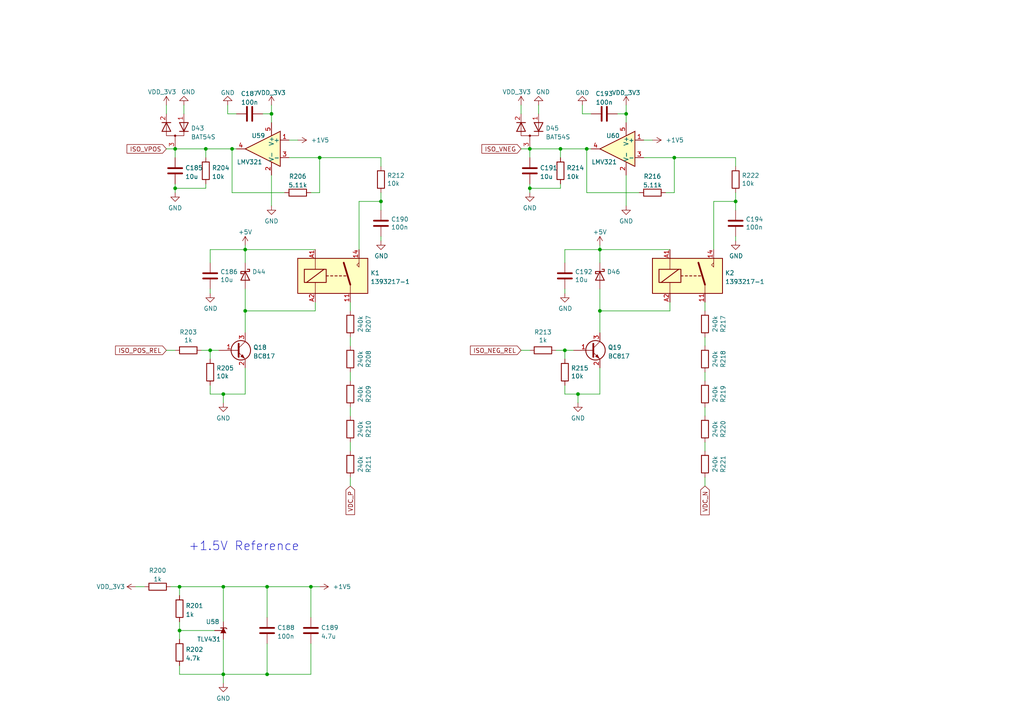
<source format=kicad_sch>
(kicad_sch (version 20250114) (generator "eeschema") (generator_version "9.0")
  (paper "A4")
  (title_block (comment 1 "НВЦТ.EVP150-2-1.3000.100 Э3"))
  (lib_symbols
    (symbol "Amplifier_Operational:LMV321" (pin_names (offset 0.127))
      (property "Reference" "U" (at 0 5.08 0))
      (property "Value" "LMV321" (at 0 -5.08 0))
      (symbol "LMV321_0_1"
        (polyline (pts (xy -5.08 5.08) (xy 5.08 0) (xy -5.08 -5.08) (xy -5.08 5.08)) (stroke (width 0.254)) (fill (type background)))
        (pin power_in line (at -2.54 7.62 270) (length 3.81) (name "V+") (number "5"))
        (pin power_in line (at -2.54 -7.62 90) (length 3.81) (name "V-") (number "2"))
      )
      (symbol "LMV321_1_1"
        (pin input line (at -7.62 2.54 0) (length 2.54) (name "+") (number "1"))
        (pin input line (at -7.62 -2.54 0) (length 2.54) (name "-") (number "3"))
        (pin output line (at 7.62 0 180) (length 2.54) (name "~") (number "4"))
      )
    )
    (symbol "Device:C" (pin_numbers (hide yes)) (pin_names (offset 0.254))
      (property "Reference" "C" (at 0.635 2.54 0))
      (property "Value" "C" (at 0.635 -2.54 0))
      (symbol "C_0_1"
        (polyline (pts (xy -2.032 0.762) (xy 2.032 0.762)) (stroke (width 0.508)))
        (polyline (pts (xy -2.032 -0.762) (xy 2.032 -0.762)) (stroke (width 0.508)))
      )
      (symbol "C_1_1"
        (pin passive line (at 0 3.81 270) (length 2.794) (name "~") (number "1"))
        (pin passive line (at 0 -3.81 90) (length 2.794) (name "~") (number "2"))
      )
    )
    (symbol "Device:D_Dual_Series_AKC_Parallel" (pin_names (offset 0.762) (hide yes))
      (property "Reference" "D" (at 0 5.08 0))
      (property "Value" "D_Dual_Series_AKC_Parallel" (at 0 -5.08 0))
      (symbol "D_Dual_Series_AKC_Parallel_0_0"
        (polyline (pts (xy 0 -1.27) (xy 0 -3.81)) (stroke (width 0.254)))
        (polyline (pts (xy 2.54 3.81) (xy 2.54 1.27)) (stroke (width 0.254)))
      )
      (symbol "D_Dual_Series_AKC_Parallel_0_1"
        (circle (center -1.27 0) (radius 0.254) (fill (type outline)))
        (polyline (pts (xy -1.27 0) (xy -2.54 0)))
        (polyline (pts (xy 0 3.81) (xy 2.54 2.54) (xy 0 1.27) (xy 0 3.81) (xy 0 3.81) (xy 0 3.81)) (stroke (width 0.254)))
        (polyline (pts (xy 2.54 2.54) (xy -1.27 2.54) (xy -1.27 -2.54) (xy 2.54 -2.54)))
        (polyline (pts (xy 2.54 -1.27) (xy 0 -2.54) (xy 2.54 -3.81) (xy 2.54 -1.27) (xy 2.54 -1.27) (xy 2.54 -1.27)) (stroke (width 0.254)))
        (pin passive line (at -5.08 0 0) (length 2.54) (name "A") (number "3"))
        (pin passive line (at 5.08 2.54 180) (length 2.54) (name "K") (number "2"))
        (pin passive line (at 5.08 -2.54 180) (length 2.54) (name "K") (number "1"))
      )
    )
    (symbol "Device:D_Schottky" (pin_numbers (hide yes)) (pin_names (offset 1.016) (hide yes))
      (property "Reference" "D" (at 0 2.54 0))
      (property "Value" "D_Schottky" (at 0 -2.54 0))
      (symbol "D_Schottky_0_1"
        (polyline (pts (xy -1.905 0.635) (xy -1.905 1.27) (xy -1.27 1.27) (xy -1.27 -1.27) (xy -0.635 -1.27) (xy -0.635 -0.635)) (stroke (width 0.254)))
        (polyline (pts (xy 1.27 1.27) (xy 1.27 -1.27) (xy -1.27 0) (xy 1.27 1.27)) (stroke (width 0.254)))
        (polyline (pts (xy 1.27 0) (xy -1.27 0)))
      )
      (symbol "D_Schottky_1_1"
        (pin passive line (at -3.81 0 0) (length 2.54) (name "K") (number "1"))
        (pin passive line (at 3.81 0 180) (length 2.54) (name "A") (number "2"))
      )
    )
    (symbol "Device:R" (pin_numbers (hide yes)) (pin_names (offset 0))
      (property "Reference" "R" (at 2.032 0 90))
      (property "Value" "R" (at 0 0 90))
      (symbol "R_0_1"
        (rectangle (start -1.016 -2.54) (end 1.016 2.54) (stroke (width 0.254)))
      )
      (symbol "R_1_1"
        (pin passive line (at 0 3.81 270) (length 1.27) (name "~") (number "1"))
        (pin passive line (at 0 -3.81 90) (length 1.27) (name "~") (number "2"))
      )
    )
    (symbol "GND_1" (power) (pin_names (offset 0))
      (property "Value" "GND_1" (at 0 -3.81 0))
      (symbol "GND_1_0_1"
        (polyline (pts (xy 0 0) (xy 0 -1.27) (xy 1.27 -1.27) (xy 0 -2.54) (xy -1.27 -1.27) (xy 0 -1.27)))
      )
      (symbol "GND_1_1_1"
        (pin power_in line (at 0 0 270) (length 0) (hide yes) (name "GND") (number "1"))
      )
    )
    (symbol "My_Library:TLV431" (pin_numbers (hide yes)) (pin_names (hide yes))
      (property "Reference" "U" (at -2.54 -2.54 0))
      (property "Value" "TLV431" (at -5.08 3.81 0))
      (symbol "TLV431_0_1"
        (polyline (pts (xy -1.27 0) (xy 0 0) (xy 1.27 0)))
        (polyline (pts (xy -0.762 0.762) (xy 0.762 0) (xy -0.762 -0.762)) (fill (type outline)))
        (polyline (pts (xy 0.508 -1.016) (xy 0.762 -0.762) (xy 0.762 0.762) (xy 0.762 0.762)) (stroke (width 0.254)))
      )
      (symbol "TLV431_1_1"
        (pin passive line (at -2.54 0 0) (length 2.54) (name "A") (number "3"))
        (pin passive line (at 0 2.54 270) (length 2.54) (name "REF") (number "1"))
        (pin passive line (at 2.54 0 180) (length 2.54) (name "K") (number "2"))
      )
    )
    (symbol "Project_Library:VDD_3V3" (power) (pin_names (offset 0))
      (property "Value" "VDD_3V3" (at 0 3.81 0))
      (symbol "VDD_3V3_0_1"
        (polyline (pts (xy -0.762 1.27) (xy 0 2.54)))
        (polyline (pts (xy 0 2.54) (xy 0.762 1.27)))
        (polyline (pts (xy 0 0) (xy 0 2.54)))
      )
      (symbol "VDD_3V3_1_1"
        (pin power_in line (at 0 0 90) (length 0) (hide yes) (name "VDD_3V3") (number "1"))
      )
    )
    (symbol "Relay:FINDER-32.21-x300"
      (property "Reference" "K" (at 11.43 3.81 0))
      (property "Value" "FINDER-32.21-x300" (at 11.43 1.27 0))
      (symbol "FINDER-32.21-x300_0_1"
        (rectangle (start -10.16 5.08) (end 10.16 -5.08) (stroke (width 0.254)) (fill (type background)))
        (rectangle (start -8.255 1.905) (end -1.905 -1.905) (stroke (width 0.254)))
        (polyline (pts (xy -7.62 -1.905) (xy -2.54 1.905)) (stroke (width 0.254)))
        (polyline (pts (xy -5.08 5.08) (xy -5.08 1.905)))
        (polyline (pts (xy -5.08 -5.08) (xy -5.08 -1.905)))
        (polyline (pts (xy -1.905 0) (xy -1.27 0)) (stroke (width 0.254)))
        (polyline (pts (xy -0.635 0) (xy 0 0)) (stroke (width 0.254)))
        (polyline (pts (xy 0.635 0) (xy 1.27 0)) (stroke (width 0.254)))
        (polyline (pts (xy 1.905 0) (xy 2.54 0)) (stroke (width 0.254)))
        (polyline (pts (xy 3.175 0) (xy 3.81 0)) (stroke (width 0.254)))
        (polyline (pts (xy 5.08 -2.54) (xy 3.175 3.81)) (stroke (width 0.508)))
        (polyline (pts (xy 5.08 -2.54) (xy 5.08 -5.08)))
        (polyline (pts (xy 7.62 5.08) (xy 7.62 2.54) (xy 6.985 3.175) (xy 7.62 3.81)))
      )
      (symbol "FINDER-32.21-x300_1_1"
        (pin passive line (at -5.08 7.62 270) (length 2.54) (name "~") (number "A1"))
        (pin passive line (at -5.08 -7.62 90) (length 2.54) (name "~") (number "A2"))
        (pin passive line (at 5.08 -7.62 90) (length 2.54) (name "~") (number "11"))
        (pin passive line (at 7.62 7.62 270) (length 2.54) (name "~") (number "14"))
      )
    )
    (symbol "Transistor_BJT:BC817" (pin_names (offset 0) (hide yes))
      (property "Reference" "Q" (at 5.08 1.905 0))
      (property "Value" "BC817" (at 5.08 0 0))
      (symbol "BC817_0_1"
        (polyline (pts (xy 0.635 1.905) (xy 0.635 -1.905) (xy 0.635 -1.905)) (stroke (width 0.508)))
        (polyline (pts (xy 0.635 0.635) (xy 2.54 2.54)))
        (polyline (pts (xy 0.635 -0.635) (xy 2.54 -2.54) (xy 2.54 -2.54)))
        (circle (center 1.27 0) (radius 2.8194) (stroke (width 0.254)))
        (polyline (pts (xy 1.27 -1.778) (xy 1.778 -1.27) (xy 2.286 -2.286) (xy 1.27 -1.778) (xy 1.27 -1.778)) (fill (type outline)))
      )
      (symbol "BC817_1_1"
        (pin input line (at -5.08 0 0) (length 5.715) (name "B") (number "1"))
        (pin passive line (at 2.54 5.08 270) (length 2.54) (name "C") (number "3"))
        (pin passive line (at 2.54 -5.08 90) (length 2.54) (name "E") (number "2"))
      )
    )
    (symbol "power:+1V5" (power) (pin_names (offset 0))
      (property "Value" "+1V5" (at 0 3.556 0))
      (symbol "+1V5_0_1"
        (polyline (pts (xy -0.762 1.27) (xy 0 2.54)))
        (polyline (pts (xy 0 2.54) (xy 0.762 1.27)))
        (polyline (pts (xy 0 0) (xy 0 2.54)))
      )
      (symbol "+1V5_1_1"
        (pin power_in line (at 0 0 90) (length 0) (hide yes) (name "+1V5") (number "1"))
      )
    )
    (symbol "power:+5V" (power) (pin_names (offset 0))
      (property "Value" "+5V" (at 0 3.556 0))
      (symbol "+5V_0_1"
        (polyline (pts (xy -0.762 1.27) (xy 0 2.54)))
        (polyline (pts (xy 0 2.54) (xy 0.762 1.27)))
        (polyline (pts (xy 0 0) (xy 0 2.54)))
      )
      (symbol "+5V_1_1"
        (pin power_in line (at 0 0 90) (length 0) (hide yes) (name "+5V") (number "1"))
      )
    )
    (symbol "power:GND" (power) (pin_names (offset 0))
      (property "Value" "GND" (at 0 -3.81 0))
      (symbol "GND_0_1"
        (polyline (pts (xy 0 0) (xy 0 -1.27) (xy 1.27 -1.27) (xy 0 -2.54) (xy -1.27 -1.27) (xy 0 -1.27)))
      )
      (symbol "GND_1_1"
        (pin power_in line (at 0 0 270) (length 0) (hide yes) (name "GND") (number "1"))
      )
    )
  )
  (text "+1.5V Reference" (at 54.61 160.02 0) (effects (font (size 2.543 2.543)) (justify left bottom)))
  (junction (at 213.36 58.42))
  (junction (at 50.8 43.18))
  (junction (at 71.12 90.17))
  (junction (at 52.07 182.88))
  (junction (at 78.74 33.02))
  (junction (at 52.07 170.18))
  (junction (at 110.49 58.42))
  (junction (at 92.71 45.72))
  (junction (at 77.47 170.18))
  (junction (at 77.47 195.58))
  (junction (at 71.12 72.39))
  (junction (at 153.67 43.18))
  (junction (at 90.17 170.18))
  (junction (at 167.64 114.3))
  (junction (at 173.99 90.17))
  (junction (at 64.77 195.58))
  (junction (at 64.77 170.18))
  (junction (at 162.56 43.18))
  (junction (at 173.99 72.39))
  (junction (at 50.8 54.61))
  (junction (at 195.58 45.72))
  (junction (at 67.31 43.18))
  (junction (at 59.69 43.18))
  (junction (at 170.18 43.18))
  (junction (at 64.77 114.3))
  (junction (at 60.96 101.6))
  (junction (at 181.61 33.02))
  (junction (at 153.67 54.61))
  (junction (at 163.83 101.6))
  (wire (pts (xy 153.67 43.18) (xy 151.13 43.18)))
  (wire (pts (xy 101.6 138.43) (xy 101.6 140.97)))
  (wire (pts (xy 162.56 43.18) (xy 170.18 43.18)))
  (wire (pts (xy 71.12 106.68) (xy 71.12 114.3)))
  (wire (pts (xy 58.42 101.6) (xy 60.96 101.6)))
  (wire (pts (xy 213.36 55.88) (xy 213.36 58.42)))
  (wire (pts (xy 91.44 87.63) (xy 91.44 90.17)))
  (wire (pts (xy 60.96 114.3) (xy 64.77 114.3)))
  (wire (pts (xy 110.49 45.72) (xy 92.71 45.72)))
  (wire (pts (xy 39.37 170.18) (xy 41.91 170.18)))
  (wire (pts (xy 204.47 118.11) (xy 204.47 120.65)))
  (wire (pts (xy 104.14 58.42) (xy 110.49 58.42)))
  (wire (pts (xy 173.99 90.17) (xy 194.31 90.17)))
  (wire (pts (xy 60.96 83.82) (xy 60.96 85.09)))
  (wire (pts (xy 66.04 33.02) (xy 66.04 30.48)))
  (wire (pts (xy 213.36 45.72) (xy 195.58 45.72)))
  (wire (pts (xy 162.56 53.34) (xy 162.56 54.61)))
  (wire (pts (xy 52.07 195.58) (xy 64.77 195.58)))
  (wire (pts (xy 101.6 118.11) (xy 101.6 120.65)))
  (wire (pts (xy 204.47 128.27) (xy 204.47 130.81)))
  (wire (pts (xy 171.45 43.18) (xy 170.18 43.18)))
  (wire (pts (xy 168.91 33.02) (xy 168.91 30.48)))
  (wire (pts (xy 64.77 170.18) (xy 64.77 180.34)))
  (wire (pts (xy 181.61 30.48) (xy 181.61 33.02)))
  (wire (pts (xy 64.77 170.18) (xy 77.47 170.18)))
  (wire (pts (xy 110.49 68.58) (xy 110.49 69.85)))
  (wire (pts (xy 163.83 114.3) (xy 167.64 114.3)))
  (wire (pts (xy 77.47 195.58) (xy 90.17 195.58)))
  (wire (pts (xy 207.01 58.42) (xy 213.36 58.42)))
  (wire (pts (xy 71.12 90.17) (xy 91.44 90.17)))
  (wire (pts (xy 101.6 97.79) (xy 101.6 100.33)))
  (wire (pts (xy 59.69 54.61) (xy 50.8 54.61)))
  (wire (pts (xy 50.8 53.34) (xy 50.8 54.61)))
  (wire (pts (xy 50.8 45.72) (xy 50.8 43.18)))
  (wire (pts (xy 195.58 45.72) (xy 186.69 45.72)))
  (wire (pts (xy 151.13 101.6) (xy 153.67 101.6)))
  (wire (pts (xy 213.36 68.58) (xy 213.36 69.85)))
  (wire (pts (xy 186.69 40.64) (xy 189.23 40.64)))
  (wire (pts (xy 163.83 101.6) (xy 166.37 101.6)))
  (wire (pts (xy 153.67 43.18) (xy 162.56 43.18)))
  (wire (pts (xy 161.29 101.6) (xy 163.83 101.6)))
  (wire (pts (xy 153.67 45.72) (xy 153.67 43.18)))
  (wire (pts (xy 173.99 71.12) (xy 173.99 72.39)))
  (wire (pts (xy 170.18 55.88) (xy 170.18 43.18)))
  (wire (pts (xy 83.82 40.64) (xy 86.36 40.64)))
  (wire (pts (xy 156.21 30.48) (xy 156.21 33.02)))
  (wire (pts (xy 52.07 170.18) (xy 64.77 170.18)))
  (wire (pts (xy 181.61 50.8) (xy 181.61 59.69)))
  (wire (pts (xy 204.47 138.43) (xy 204.47 140.97)))
  (wire (pts (xy 179.07 33.02) (xy 181.61 33.02)))
  (wire (pts (xy 90.17 195.58) (xy 90.17 186.69)))
  (wire (pts (xy 110.49 58.42) (xy 110.49 60.96)))
  (wire (pts (xy 60.96 76.2) (xy 60.96 72.39)))
  (wire (pts (xy 195.58 45.72) (xy 195.58 55.88)))
  (wire (pts (xy 64.77 114.3) (xy 64.77 116.84)))
  (wire (pts (xy 52.07 193.04) (xy 52.07 195.58)))
  (wire (pts (xy 173.99 90.17) (xy 173.99 96.52)))
  (wire (pts (xy 78.74 50.8) (xy 78.74 59.69)))
  (wire (pts (xy 68.58 43.18) (xy 67.31 43.18)))
  (wire (pts (xy 50.8 54.61) (xy 50.8 55.88)))
  (wire (pts (xy 163.83 101.6) (xy 163.83 104.14)))
  (wire (pts (xy 101.6 90.17) (xy 101.6 87.63)))
  (wire (pts (xy 207.01 72.39) (xy 207.01 58.42)))
  (wire (pts (xy 204.47 90.17) (xy 204.47 87.63)))
  (wire (pts (xy 64.77 195.58) (xy 77.47 195.58)))
  (wire (pts (xy 173.99 72.39) (xy 194.31 72.39)))
  (wire (pts (xy 167.64 114.3) (xy 173.99 114.3)))
  (wire (pts (xy 163.83 76.2) (xy 163.83 72.39)))
  (wire (pts (xy 78.74 30.48) (xy 78.74 33.02)))
  (wire (pts (xy 52.07 180.34) (xy 52.07 182.88)))
  (wire (pts (xy 64.77 114.3) (xy 71.12 114.3)))
  (wire (pts (xy 92.71 55.88) (xy 90.17 55.88)))
  (wire (pts (xy 195.58 55.88) (xy 193.04 55.88)))
  (wire (pts (xy 59.69 43.18) (xy 67.31 43.18)))
  (wire (pts (xy 90.17 170.18) (xy 77.47 170.18)))
  (wire (pts (xy 48.26 101.6) (xy 50.8 101.6)))
  (wire (pts (xy 71.12 71.12) (xy 71.12 72.39)))
  (wire (pts (xy 171.45 33.02) (xy 168.91 33.02)))
  (wire (pts (xy 110.49 55.88) (xy 110.49 58.42)))
  (wire (pts (xy 213.36 58.42) (xy 213.36 60.96)))
  (wire (pts (xy 49.53 170.18) (xy 52.07 170.18)))
  (wire (pts (xy 153.67 53.34) (xy 153.67 54.61)))
  (wire (pts (xy 50.8 43.18) (xy 59.69 43.18)))
  (wire (pts (xy 163.83 83.82) (xy 163.83 85.09)))
  (wire (pts (xy 71.12 72.39) (xy 91.44 72.39)))
  (wire (pts (xy 92.71 45.72) (xy 92.71 55.88)))
  (wire (pts (xy 60.96 101.6) (xy 63.5 101.6)))
  (wire (pts (xy 76.2 33.02) (xy 78.74 33.02)))
  (wire (pts (xy 162.56 54.61) (xy 153.67 54.61)))
  (wire (pts (xy 59.69 53.34) (xy 59.69 54.61)))
  (wire (pts (xy 60.96 72.39) (xy 71.12 72.39)))
  (wire (pts (xy 50.8 43.18) (xy 48.26 43.18)))
  (wire (pts (xy 162.56 43.18) (xy 162.56 45.72)))
  (wire (pts (xy 204.47 107.95) (xy 204.47 110.49)))
  (wire (pts (xy 173.99 106.68) (xy 173.99 114.3)))
  (wire (pts (xy 71.12 72.39) (xy 71.12 76.2)))
  (wire (pts (xy 101.6 128.27) (xy 101.6 130.81)))
  (wire (pts (xy 52.07 182.88) (xy 62.23 182.88)))
  (wire (pts (xy 82.55 55.88) (xy 67.31 55.88)))
  (wire (pts (xy 163.83 72.39) (xy 173.99 72.39)))
  (wire (pts (xy 48.26 30.48) (xy 48.26 33.02)))
  (wire (pts (xy 167.64 114.3) (xy 167.64 116.84)))
  (wire (pts (xy 213.36 48.26) (xy 213.36 45.72)))
  (wire (pts (xy 104.14 72.39) (xy 104.14 58.42)))
  (wire (pts (xy 173.99 72.39) (xy 173.99 76.2)))
  (wire (pts (xy 153.67 54.61) (xy 153.67 55.88)))
  (wire (pts (xy 92.71 45.72) (xy 83.82 45.72)))
  (wire (pts (xy 204.47 97.79) (xy 204.47 100.33)))
  (wire (pts (xy 101.6 107.95) (xy 101.6 110.49)))
  (wire (pts (xy 53.34 30.48) (xy 53.34 33.02)))
  (wire (pts (xy 68.58 33.02) (xy 66.04 33.02)))
  (wire (pts (xy 173.99 83.82) (xy 173.99 90.17)))
  (wire (pts (xy 64.77 185.42) (xy 64.77 195.58)))
  (wire (pts (xy 60.96 111.76) (xy 60.96 114.3)))
  (wire (pts (xy 59.69 43.18) (xy 59.69 45.72)))
  (wire (pts (xy 77.47 186.69) (xy 77.47 195.58)))
  (wire (pts (xy 90.17 170.18) (xy 90.17 179.07)))
  (wire (pts (xy 67.31 55.88) (xy 67.31 43.18)))
  (wire (pts (xy 71.12 83.82) (xy 71.12 90.17)))
  (wire (pts (xy 163.83 111.76) (xy 163.83 114.3)))
  (wire (pts (xy 52.07 182.88) (xy 52.07 185.42)))
  (wire (pts (xy 151.13 30.48) (xy 151.13 33.02)))
  (wire (pts (xy 92.71 170.18) (xy 90.17 170.18)))
  (wire (pts (xy 52.07 170.18) (xy 52.07 172.72)))
  (wire (pts (xy 110.49 48.26) (xy 110.49 45.72)))
  (wire (pts (xy 71.12 90.17) (xy 71.12 96.52)))
  (wire (pts (xy 60.96 101.6) (xy 60.96 104.14)))
  (wire (pts (xy 78.74 33.02) (xy 78.74 35.56)))
  (wire (pts (xy 181.61 33.02) (xy 181.61 35.56)))
  (wire (pts (xy 77.47 170.18) (xy 77.47 179.07)))
  (wire (pts (xy 185.42 55.88) (xy 170.18 55.88)))
  (wire (pts (xy 194.31 87.63) (xy 194.31 90.17)))
  (wire (pts (xy 64.77 195.58) (xy 64.77 198.12)))
  (global_label "VDC_P" (shape input) (at 101.6 140.97 270) (property "Intersheetrefs" "${INTERSHEET_REFS}" (effects (hide yes))))
  (global_label "ISO_VNEG" (shape input) (at 151.13 43.18 180) (property "Intersheetrefs" "${INTERSHEET_REFS}" (effects (hide yes))))
  (global_label "ISO_POS_REL" (shape input) (at 48.26 101.6 180) (property "Intersheetrefs" "${INTERSHEET_REFS}" (effects (hide yes))))
  (global_label "VDC_N" (shape input) (at 204.47 140.97 270) (property "Intersheetrefs" "${INTERSHEET_REFS}" (effects (hide yes))))
  (global_label "ISO_NEG_REL" (shape input) (at 151.13 101.6 180) (property "Intersheetrefs" "${INTERSHEET_REFS}" (effects (hide yes))))
  (global_label "ISO_VPOS" (shape input) (at 48.26 43.18 180) (property "Intersheetrefs" "${INTERSHEET_REFS}" (effects (hide yes))))
  (symbol (lib_id "power:GND") (at 60.96 85.09 0) (unit 1)
    (property "Reference" "#PWR0359" (effects (hide yes)))
    (property "Value" "GND" (at 61.087 89.4842 0))
  )
  (symbol (lib_id "Device:R") (at 157.48 101.6 270) (unit 1)
    (property "Reference" "R213" (at 157.48 96.3422 90))
    (property "Value" "1k" (at 157.48 98.6536 90))
    (property "Footprint" "Resistor_SMD:R_0603_1608Metric" (effects (hide yes)))
  )
  (symbol (lib_id "power:GND") (at 66.04 30.48 0) (mirror x) (unit 1)
    (property "Reference" "#PWR0362" (effects (hide yes)))
    (property "Value" "GND" (at 66.04 26.9042 0))
  )
  (symbol (lib_id "Device:R") (at 86.36 55.88 270) (mirror x) (unit 1)
    (property "Reference" "R206" (at 86.36 51.1642 90))
    (property "Value" "5.11k" (at 86.36 53.7011 90))
    (property "Footprint" "Resistor_SMD:R_0603_1608Metric" (effects (hide yes)))
  )
  (symbol (lib_id "power:GND") (at 163.83 85.09 0) (unit 1)
    (property "Reference" "#PWR0372" (effects (hide yes)))
    (property "Value" "GND" (at 163.957 89.4842 0))
  )
  (symbol (lib_id "Device:R") (at 101.6 104.14 180) (unit 1)
    (property "Reference" "R208" (at 106.8578 104.14 90))
    (property "Value" "240k" (at 104.5464 104.14 90))
    (property "Footprint" "Resistor_SMD:R_1206_3216Metric" (effects (hide yes)))
  )
  (symbol (lib_id "power:+1V5") (at 92.71 170.18 270) (unit 1)
    (property "Reference" "#PWR0367" (effects (hide yes)))
    (property "Value" "+1V5" (at 96.52 170.18 90) (effects (justify left)))
  )
  (symbol (lib_id "Device:R") (at 59.69 49.53 0) (mirror y) (unit 1)
    (property "Reference" "R204" (at 61.468 48.6953 0) (effects (justify right)))
    (property "Value" "10k" (at 61.468 51.2322 0) (effects (justify right)))
    (property "Footprint" "Resistor_SMD:R_0603_1608Metric" (effects (hide yes)))
  )
  (symbol (lib_id "power:+5V") (at 173.99 71.12 0) (unit 1)
    (property "Reference" "#PWR0375" (effects (hide yes)))
    (property "Value" "+5V" (at 173.99 67.31 0))
  )
  (symbol (lib_id "Device:R") (at 204.47 104.14 180) (unit 1)
    (property "Reference" "R218" (at 209.7278 104.14 90))
    (property "Value" "240k" (at 207.4164 104.14 90))
    (property "Footprint" "Resistor_SMD:R_1206_3216Metric" (effects (hide yes)))
  )
  (symbol (lib_id "Device:C") (at 90.17 182.88 0) (unit 1)
    (property "Reference" "C189" (at 93.091 182.0453 0) (effects (justify left)))
    (property "Value" "4.7u" (at 93.091 184.5822 0) (effects (justify left)))
    (property "Footprint" "Capacitor_SMD:C_0603_1608Metric" (effects (hide yes)))
  )
  (symbol (lib_id "power:GND") (at 110.49 69.85 0) (unit 1)
    (property "Reference" "#PWR0368" (effects (hide yes)))
    (property "Value" "GND" (at 110.617 74.2442 0))
  )
  (symbol (lib_id "Device:R") (at 204.47 134.62 180) (unit 1)
    (property "Reference" "R221" (at 209.7278 134.62 90))
    (property "Value" "240k" (at 207.4164 134.62 90))
    (property "Footprint" "Resistor_SMD:R_1206_3216Metric" (effects (hide yes)))
  )
  (symbol (lib_id "Device:C") (at 77.47 182.88 0) (unit 1)
    (property "Reference" "C188" (at 80.391 182.0453 0) (effects (justify left)))
    (property "Value" "100n" (at 80.391 184.5822 0) (effects (justify left)))
    (property "Footprint" "Capacitor_SMD:C_0603_1608Metric" (effects (hide yes)))
  )
  (symbol (lib_id "Transistor_BJT:BC817") (at 68.58 101.6 0) (unit 1)
    (property "Reference" "Q18" (at 73.4314 100.7653 0) (effects (justify left)))
    (property "Value" "BC817" (at 73.4314 103.3022 0) (effects (justify left)))
    (property "Footprint" "Package_TO_SOT_SMD:SOT-23" (effects (hide yes)))
    (property "Datasheet" "https://www.onsemi.com/pub/Collateral/BC818-D.pdf" (effects (hide yes)))
  )
  (symbol (lib_id "Project_Library:VDD_3V3") (at 151.13 30.48 0) (unit 1)
    (property "Reference" "#PWR0369" (effects (hide yes)))
    (property "Value" "VDD_3V3" (at 149.86 26.67 0))
  )
  (symbol (lib_id "Device:C") (at 60.96 80.01 0) (unit 1)
    (property "Reference" "C186" (at 63.881 78.8416 0) (effects (justify left)))
    (property "Value" "10u" (at 63.881 81.153 0) (effects (justify left)))
    (property "Footprint" "Capacitor_SMD:C_0603_1608Metric" (effects (hide yes)))
  )
  (symbol (lib_id "power:GND") (at 78.74 59.69 0) (mirror y) (unit 1)
    (property "Reference" "#PWR0365" (effects (hide yes)))
    (property "Value" "GND" (at 78.74 64.1334 0))
  )
  (symbol (lib_id "Device:R") (at 101.6 124.46 180) (unit 1)
    (property "Reference" "R210" (at 106.8578 124.46 90))
    (property "Value" "240k" (at 104.5464 124.46 90))
    (property "Footprint" "Resistor_SMD:R_1206_3216Metric" (effects (hide yes)))
  )
  (symbol (lib_id "Amplifier_Operational:LMV321") (at 76.2 43.18 0) (mirror y) (unit 1)
    (property "Reference" "U59" (at 74.93 39.37 0))
    (property "Value" "LMV321" (at 72.39 46.99 0))
    (property "Footprint" "Package_TO_SOT_SMD:SOT-23-5" (effects (hide yes)))
    (property "Datasheet" "http://www.ti.com/lit/ds/symlink/lmv324.pdf" (effects (hide yes)))
  )
  (symbol (lib_id "Device:R") (at 163.83 107.95 0) (unit 1)
    (property "Reference" "R215" (at 165.608 106.7816 0) (effects (justify left)))
    (property "Value" "10k" (at 165.608 109.093 0) (effects (justify left)))
    (property "Footprint" "Resistor_SMD:R_0603_1608Metric" (effects (hide yes)))
  )
  (symbol (lib_id "power:GND") (at 213.36 69.85 0) (unit 1)
    (property "Reference" "#PWR0379" (effects (hide yes)))
    (property "Value" "GND" (at 213.487 74.2442 0))
  )
  (symbol (lib_id "Device:R") (at 110.49 52.07 0) (unit 1)
    (property "Reference" "R212" (at 112.268 50.9016 0) (effects (justify left)))
    (property "Value" "10k" (at 112.268 53.213 0) (effects (justify left)))
    (property "Footprint" "Resistor_SMD:R_0603_1608Metric" (effects (hide yes)))
  )
  (symbol (lib_id "Project_Library:VDD_3V3") (at 181.61 30.48 0) (mirror y) (unit 1)
    (property "Reference" "#PWR0376" (effects (hide yes)))
    (property "Value" "VDD_3V3" (at 181.61 26.9042 0))
  )
  (symbol (lib_id "power:GND") (at 64.77 198.12 0) (unit 1)
    (property "Reference" "#PWR0361" (effects (hide yes)))
    (property "Value" "GND" (at 64.77 202.5634 0))
  )
  (symbol (lib_id "Relay:FINDER-32.21-x300") (at 96.52 80.01 0) (unit 1)
    (property "Reference" "K1" (at 107.442 79.1753 0) (effects (justify left)))
    (property "Value" "1393217-1" (at 107.442 81.7122 0) (effects (justify left)))
    (property "Footprint" "Relay_THT:Relay_SPST_Finder_32.21-x300" (effects (hide yes)))
    (property "Datasheet" "http://gfinder.findernet.com/assets/Series/355/S32EN.pdf" (effects (hide yes)))
  )
  (symbol (lib_id "Device:C") (at 213.36 64.77 0) (unit 1)
    (property "Reference" "C194" (at 216.281 63.6016 0) (effects (justify left)))
    (property "Value" "100n" (at 216.281 65.913 0) (effects (justify left)))
    (property "Footprint" "Capacitor_SMD:C_0603_1608Metric" (effects (hide yes)))
  )
  (symbol (lib_id "power:GND") (at 156.21 30.48 180) (unit 1)
    (property "Reference" "#PWR0371" (effects (hide yes)))
    (property "Value" "GND" (at 157.48 26.67 0))
  )
  (symbol (lib_id "Device:D_Schottky") (at 71.12 80.01 270) (unit 1)
    (property "Reference" "D44" (at 73.152 78.8416 90) (effects (justify left)))
    (property "Value" "SS16" (effects (hide yes)))
    (property "Footprint" "Diode_SMD:D_SMA" (effects (hide yes)))
  )
  (symbol (lib_id "Device:D_Dual_Series_AKC_Parallel") (at 50.8 38.1 90) (unit 1)
    (property "Reference" "D43" (at 55.372 37.2018 90) (effects (justify right)))
    (property "Value" "BAT54S" (at 55.372 39.7387 90) (effects (justify right)))
    (property "Footprint" "Package_TO_SOT_SMD:SOT-23" (effects (hide yes)))
  )
  (symbol (lib_id "Device:R") (at 54.61 101.6 270) (unit 1)
    (property "Reference" "R203" (at 54.61 96.3422 90))
    (property "Value" "1k" (at 54.61 98.6536 90))
    (property "Footprint" "Resistor_SMD:R_0603_1608Metric" (effects (hide yes)))
  )
  (symbol (lib_id "power:+1V5") (at 189.23 40.64 270) (unit 1)
    (property "Reference" "#PWR0378" (effects (hide yes)))
    (property "Value" "+1V5" (at 193.04 40.64 90) (effects (justify left)))
  )
  (symbol (lib_id "Device:C") (at 50.8 49.53 0) (mirror y) (unit 1)
    (property "Reference" "C185" (at 53.721 48.6953 0) (effects (justify right)))
    (property "Value" "10u" (at 53.721 51.2322 0) (effects (justify right)))
    (property "Footprint" "Capacitor_SMD:C_0603_1608Metric" (effects (hide yes)))
  )
  (symbol (lib_id "Amplifier_Operational:LMV321") (at 179.07 43.18 0) (mirror y) (unit 1)
    (property "Reference" "U60" (at 177.8 39.37 0))
    (property "Value" "LMV321" (at 175.26 46.99 0))
    (property "Footprint" "Package_TO_SOT_SMD:SOT-23-5" (effects (hide yes)))
    (property "Datasheet" "http://www.ti.com/lit/ds/symlink/lmv324.pdf" (effects (hide yes)))
  )
  (symbol (lib_id "Device:R") (at 204.47 124.46 180) (unit 1)
    (property "Reference" "R220" (at 209.7278 124.46 90))
    (property "Value" "240k" (at 207.4164 124.46 90))
    (property "Footprint" "Resistor_SMD:R_1206_3216Metric" (effects (hide yes)))
  )
  (symbol (lib_id "Project_Library:VDD_3V3") (at 39.37 170.18 90) (unit 1)
    (property "Reference" "#PWR0355" (effects (hide yes)))
    (property "Value" "VDD_3V3" (at 27.94 170.18 90) (effects (justify right)))
  )
  (symbol (lib_id "Device:C") (at 163.83 80.01 0) (unit 1)
    (property "Reference" "C192" (at 166.751 78.8416 0) (effects (justify left)))
    (property "Value" "10u" (at 166.751 81.153 0) (effects (justify left)))
    (property "Footprint" "Capacitor_SMD:C_0603_1608Metric" (effects (hide yes)))
  )
  (symbol (lib_id "My_Library:TLV431") (at 64.77 182.88 90) (unit 1)
    (property "Reference" "U58" (at 59.69 180.34 90) (effects (justify right)))
    (property "Value" "TLV431" (at 57.15 185.42 90) (effects (justify right)))
    (property "Footprint" "Package_TO_SOT_SMD:SOT-23" (effects (hide yes)))
    (property "Datasheet" "https://www.ti.com/lit/ds/symlink/tlv431.pdf?ts=1641993241844&ref_url=https%253A%252F%252Fwww.ti.com%252Fproduct%252FTLV431" (effects (hide yes)))
  )
  (symbol (lib_id "power:+5V") (at 71.12 71.12 0) (unit 1)
    (property "Reference" "#PWR0363" (effects (hide yes)))
    (property "Value" "+5V" (at 71.12 67.31 0))
  )
  (symbol (lib_id "Device:R") (at 60.96 107.95 0) (unit 1)
    (property "Reference" "R205" (at 62.738 106.7816 0) (effects (justify left)))
    (property "Value" "10k" (at 62.738 109.093 0) (effects (justify left)))
    (property "Footprint" "Resistor_SMD:R_0603_1608Metric" (effects (hide yes)))
  )
  (symbol (lib_id "Device:C") (at 110.49 64.77 0) (unit 1)
    (property "Reference" "C190" (at 113.411 63.6016 0) (effects (justify left)))
    (property "Value" "100n" (at 113.411 65.913 0) (effects (justify left)))
    (property "Footprint" "Capacitor_SMD:C_0603_1608Metric" (effects (hide yes)))
  )
  (symbol (lib_id "Device:R") (at 45.72 170.18 90) (unit 1)
    (property "Reference" "R200" (at 45.72 165.4642 90))
    (property "Value" "1k" (at 45.72 168.0011 90))
    (property "Footprint" "Resistor_SMD:R_0603_1608Metric" (effects (hide yes)))
  )
  (symbol (lib_id "Device:R") (at 101.6 114.3 180) (unit 1)
    (property "Reference" "R209" (at 106.8578 114.3 90))
    (property "Value" "240k" (at 104.5464 114.3 90))
    (property "Footprint" "Resistor_SMD:R_1206_3216Metric" (effects (hide yes)))
  )
  (symbol (lib_id "Device:R") (at 101.6 93.98 180) (unit 1)
    (property "Reference" "R207" (at 106.8578 93.98 90))
    (property "Value" "240k" (at 104.5464 93.98 90))
    (property "Footprint" "Resistor_SMD:R_1206_3216Metric" (effects (hide yes)))
  )
  (symbol (lib_id "Device:R") (at 213.36 52.07 0) (unit 1)
    (property "Reference" "R222" (at 215.138 50.9016 0) (effects (justify left)))
    (property "Value" "10k" (at 215.138 53.213 0) (effects (justify left)))
    (property "Footprint" "Resistor_SMD:R_0603_1608Metric" (effects (hide yes)))
  )
  (symbol (lib_id "Device:R") (at 204.47 93.98 180) (unit 1)
    (property "Reference" "R217" (at 209.7278 93.98 90))
    (property "Value" "240k" (at 207.4164 93.98 90))
    (property "Footprint" "Resistor_SMD:R_1206_3216Metric" (effects (hide yes)))
  )
  (symbol (lib_name "GND_1") (lib_id "power:GND") (at 64.77 116.84 0) (unit 1)
    (property "Reference" "#PWR0360" (effects (hide yes)))
    (property "Value" "GND" (at 64.77 121.2834 0))
  )
  (symbol (lib_id "Device:C") (at 153.67 49.53 0) (mirror y) (unit 1)
    (property "Reference" "C191" (at 156.591 48.6953 0) (effects (justify right)))
    (property "Value" "10u" (at 156.591 51.2322 0) (effects (justify right)))
    (property "Footprint" "Capacitor_SMD:C_0603_1608Metric" (effects (hide yes)))
  )
  (symbol (lib_id "Device:D_Schottky") (at 173.99 80.01 270) (unit 1)
    (property "Reference" "D46" (at 176.022 78.8416 90) (effects (justify left)))
    (property "Value" "SS16" (effects (hide yes)))
    (property "Footprint" "Diode_SMD:D_SMA" (effects (hide yes)))
  )
  (symbol (lib_id "power:GND") (at 153.67 55.88 0) (mirror y) (unit 1)
    (property "Reference" "#PWR0370" (effects (hide yes)))
    (property "Value" "GND" (at 153.67 60.3234 0))
  )
  (symbol (lib_id "Device:R") (at 52.07 189.23 0) (unit 1)
    (property "Reference" "R202" (at 53.848 188.3953 0) (effects (justify left)))
    (property "Value" "4.7k" (at 53.848 190.9322 0) (effects (justify left)))
    (property "Footprint" "Resistor_SMD:R_0603_1608Metric" (effects (hide yes)))
  )
  (symbol (lib_id "power:GND") (at 50.8 55.88 0) (mirror y) (unit 1)
    (property "Reference" "#PWR0357" (effects (hide yes)))
    (property "Value" "GND" (at 50.8 60.3234 0))
  )
  (symbol (lib_id "Transistor_BJT:BC817") (at 171.45 101.6 0) (unit 1)
    (property "Reference" "Q19" (at 176.3014 100.7653 0) (effects (justify left)))
    (property "Value" "BC817" (at 176.3014 103.3022 0) (effects (justify left)))
    (property "Footprint" "Package_TO_SOT_SMD:SOT-23" (effects (hide yes)))
    (property "Datasheet" "https://www.onsemi.com/pub/Collateral/BC818-D.pdf" (effects (hide yes)))
  )
  (symbol (lib_name "GND_1") (lib_id "power:GND") (at 167.64 116.84 0) (unit 1)
    (property "Reference" "#PWR0373" (effects (hide yes)))
    (property "Value" "GND" (at 167.64 121.2834 0))
  )
  (symbol (lib_id "power:GND") (at 181.61 59.69 0) (mirror y) (unit 1)
    (property "Reference" "#PWR0377" (effects (hide yes)))
    (property "Value" "GND" (at 181.61 64.1334 0))
  )
  (symbol (lib_id "Project_Library:VDD_3V3") (at 78.74 30.48 0) (mirror y) (unit 1)
    (property "Reference" "#PWR0364" (effects (hide yes)))
    (property "Value" "VDD_3V3" (at 78.74 26.9042 0))
  )
  (symbol (lib_id "power:+1V5") (at 86.36 40.64 270) (unit 1)
    (property "Reference" "#PWR0366" (effects (hide yes)))
    (property "Value" "+1V5" (at 90.17 40.64 90) (effects (justify left)))
  )
  (symbol (lib_id "Device:C") (at 72.39 33.02 270) (mirror x) (unit 1)
    (property "Reference" "C187" (at 72.39 27.1612 90))
    (property "Value" "100n" (at 72.39 29.6981 90))
    (property "Footprint" "Capacitor_SMD:C_0603_1608Metric" (effects (hide yes)))
  )
  (symbol (lib_id "Device:R") (at 204.47 114.3 180) (unit 1)
    (property "Reference" "R219" (at 209.7278 114.3 90))
    (property "Value" "240k" (at 207.4164 114.3 90))
    (property "Footprint" "Resistor_SMD:R_1206_3216Metric" (effects (hide yes)))
  )
  (symbol (lib_id "Device:R") (at 101.6 134.62 180) (unit 1)
    (property "Reference" "R211" (at 106.8578 134.62 90))
    (property "Value" "240k" (at 104.5464 134.62 90))
    (property "Footprint" "Resistor_SMD:R_1206_3216Metric" (effects (hide yes)))
  )
  (symbol (lib_id "Device:R") (at 189.23 55.88 270) (mirror x) (unit 1)
    (property "Reference" "R216" (at 189.23 51.1642 90))
    (property "Value" "5.11k" (at 189.23 53.7011 90))
    (property "Footprint" "Resistor_SMD:R_0603_1608Metric" (effects (hide yes)))
  )
  (symbol (lib_id "Device:D_Dual_Series_AKC_Parallel") (at 153.67 38.1 90) (unit 1)
    (property "Reference" "D45" (at 158.242 37.2018 90) (effects (justify right)))
    (property "Value" "BAT54S" (at 158.242 39.7387 90) (effects (justify right)))
    (property "Footprint" "Package_TO_SOT_SMD:SOT-23" (effects (hide yes)))
  )
  (symbol (lib_id "power:GND") (at 168.91 30.48 0) (mirror x) (unit 1)
    (property "Reference" "#PWR0374" (effects (hide yes)))
    (property "Value" "GND" (at 168.91 26.9042 0))
  )
  (symbol (lib_id "Device:R") (at 162.56 49.53 0) (mirror y) (unit 1)
    (property "Reference" "R214" (at 164.338 48.6953 0) (effects (justify right)))
    (property "Value" "10k" (at 164.338 51.2322 0) (effects (justify right)))
    (property "Footprint" "Resistor_SMD:R_0603_1608Metric" (effects (hide yes)))
  )
  (symbol (lib_id "Device:R") (at 52.07 176.53 0) (unit 1)
    (property "Reference" "R201" (at 53.848 175.6953 0) (effects (justify left)))
    (property "Value" "1k" (at 53.848 178.2322 0) (effects (justify left)))
    (property "Footprint" "Resistor_SMD:R_0603_1608Metric" (effects (hide yes)))
  )
  (symbol (lib_id "power:GND") (at 53.34 30.48 180) (unit 1)
    (property "Reference" "#PWR0358" (effects (hide yes)))
    (property "Value" "GND" (at 54.61 26.67 0))
  )
  (symbol (lib_id "Project_Library:VDD_3V3") (at 48.26 30.48 0) (unit 1)
    (property "Reference" "#PWR0356" (effects (hide yes)))
    (property "Value" "VDD_3V3" (at 46.99 26.67 0))
  )
  (symbol (lib_id "Device:C") (at 175.26 33.02 270) (mirror x) (unit 1)
    (property "Reference" "C193" (at 175.26 27.1612 90))
    (property "Value" "100n" (at 175.26 29.6981 90))
    (property "Footprint" "Capacitor_SMD:C_0603_1608Metric" (effects (hide yes)))
  )
  (symbol (lib_id "Relay:FINDER-32.21-x300") (at 199.39 80.01 0) (unit 1)
    (property "Reference" "K2" (at 210.312 79.1753 0) (effects (justify left)))
    (property "Value" "1393217-1" (at 210.312 81.7122 0) (effects (justify left)))
    (property "Footprint" "Relay_THT:Relay_SPST_Finder_32.21-x300" (effects (hide yes)))
    (property "Datasheet" "http://gfinder.findernet.com/assets/Series/355/S32EN.pdf" (effects (hide yes)))
  )
)
</source>
